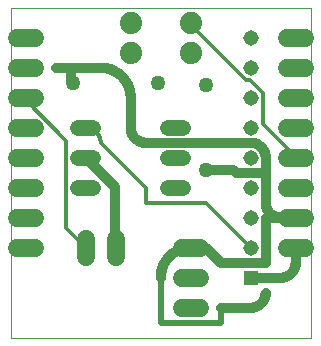
<source format=gbl>
G04 EAGLE Gerber RS-274X export*
G75*
%MOMM*%
%FSLAX34Y34*%
%LPD*%
%INBottom layer*%
%IPPOS*%
%AMOC8*
5,1,8,0,0,1.08239X$1,22.5*%
G01*
%ADD10C,0.000000*%
%ADD11C,1.879600*%
%ADD12C,1.524000*%
%ADD13C,1.260000*%
%ADD14R,1.308000X1.308000*%
%ADD15C,1.308000*%
%ADD16C,1.320800*%
%ADD17C,0.812800*%
%ADD18C,0.508000*%
%ADD19C,0.304800*%


D10*
X0Y0D02*
X0Y279400D01*
X254000Y279400D01*
X254000Y0D01*
X0Y0D01*
D11*
X101600Y266700D03*
X101600Y241300D03*
X152400Y266700D03*
X152400Y241300D03*
D12*
X20320Y254000D02*
X5080Y254000D01*
X5080Y228600D02*
X20320Y228600D01*
X20320Y203200D02*
X5080Y203200D01*
X5080Y177800D02*
X20320Y177800D01*
X20320Y152400D02*
X5080Y152400D01*
X5080Y127000D02*
X20320Y127000D01*
X20320Y101600D02*
X5080Y101600D01*
X5080Y76200D02*
X20320Y76200D01*
X233680Y254000D02*
X248920Y254000D01*
X248920Y228600D02*
X233680Y228600D01*
X233680Y203200D02*
X248920Y203200D01*
X248920Y177800D02*
X233680Y177800D01*
X233680Y152400D02*
X248920Y152400D01*
X248920Y127000D02*
X233680Y127000D01*
X233680Y101600D02*
X248920Y101600D01*
X248920Y76200D02*
X233680Y76200D01*
X160020Y25400D02*
X144780Y25400D01*
X144780Y50800D02*
X160020Y50800D01*
X160020Y76200D02*
X144780Y76200D01*
X63500Y68580D02*
X63500Y83820D01*
X88900Y83820D02*
X88900Y68580D01*
D13*
X165100Y141600D03*
X165100Y214000D03*
X52700Y215900D03*
X125100Y215900D03*
D14*
X203200Y50800D03*
D15*
X203200Y76200D03*
X203200Y101600D03*
X203200Y127000D03*
X203200Y152400D03*
X203200Y177800D03*
X203200Y203200D03*
X203200Y228600D03*
X203200Y254000D03*
D16*
X146304Y127000D02*
X133096Y127000D01*
X133096Y152400D02*
X146304Y152400D01*
X146304Y177800D02*
X133096Y177800D01*
X70104Y177800D02*
X56896Y177800D01*
X56896Y127000D02*
X70104Y127000D01*
X70104Y152400D02*
X56896Y152400D01*
D17*
X88011Y128016D02*
X88011Y76581D01*
X88011Y128016D02*
X64008Y152019D01*
X88011Y76581D02*
X88900Y76200D01*
X64008Y152019D02*
X63500Y152400D01*
X165100Y141600D02*
X188600Y141600D01*
X188685Y141598D01*
X188770Y141592D01*
X188855Y141583D01*
X188939Y141569D01*
X189023Y141552D01*
X189105Y141532D01*
X189187Y141507D01*
X189268Y141479D01*
X189347Y141447D01*
X189424Y141412D01*
X189500Y141373D01*
X189575Y141331D01*
X189647Y141286D01*
X189717Y141237D01*
X189785Y141185D01*
X189850Y141131D01*
X189913Y141073D01*
X189973Y141013D01*
X190031Y140950D01*
X190085Y140885D01*
X190137Y140817D01*
X190186Y140747D01*
X190231Y140675D01*
X190273Y140600D01*
X190312Y140524D01*
X190347Y140447D01*
X190379Y140368D01*
X190407Y140287D01*
X190432Y140205D01*
X190452Y140123D01*
X190469Y140039D01*
X190483Y139955D01*
X190492Y139870D01*
X190498Y139785D01*
X190500Y139700D01*
X215900Y139700D01*
X215900Y114300D01*
X215904Y113993D01*
X215915Y113686D01*
X215933Y113380D01*
X215959Y113074D01*
X215993Y112769D01*
X216033Y112465D01*
X216081Y112162D01*
X216137Y111860D01*
X216199Y111560D01*
X216269Y111261D01*
X216346Y110964D01*
X216430Y110668D01*
X216522Y110375D01*
X216620Y110085D01*
X216725Y109797D01*
X216838Y109511D01*
X216957Y109228D01*
X217083Y108948D01*
X217215Y108671D01*
X217355Y108398D01*
X217501Y108128D01*
X217653Y107862D01*
X217812Y107599D01*
X217977Y107340D01*
X218148Y107086D01*
X218325Y106835D01*
X218509Y106589D01*
X218698Y106347D01*
X218893Y106111D01*
X219094Y105878D01*
X219300Y105651D01*
X219512Y105429D01*
X219729Y105212D01*
X219951Y105000D01*
X220178Y104794D01*
X220411Y104593D01*
X220647Y104398D01*
X220889Y104209D01*
X221135Y104025D01*
X221386Y103848D01*
X221640Y103677D01*
X221899Y103512D01*
X222162Y103353D01*
X222428Y103201D01*
X222698Y103055D01*
X222971Y102915D01*
X223248Y102783D01*
X223528Y102657D01*
X223811Y102538D01*
X224097Y102425D01*
X224385Y102320D01*
X224675Y102222D01*
X224968Y102130D01*
X225264Y102046D01*
X225561Y101969D01*
X225860Y101899D01*
X226160Y101837D01*
X226462Y101781D01*
X226765Y101733D01*
X227069Y101693D01*
X227374Y101659D01*
X227680Y101633D01*
X227986Y101615D01*
X228293Y101604D01*
X228600Y101600D01*
X52700Y215900D02*
X52615Y215902D01*
X52530Y215908D01*
X52445Y215917D01*
X52361Y215931D01*
X52277Y215948D01*
X52195Y215968D01*
X52113Y215993D01*
X52032Y216021D01*
X51953Y216053D01*
X51876Y216088D01*
X51800Y216127D01*
X51725Y216169D01*
X51653Y216214D01*
X51583Y216263D01*
X51515Y216315D01*
X51450Y216369D01*
X51387Y216427D01*
X51327Y216487D01*
X51269Y216550D01*
X51215Y216615D01*
X51163Y216683D01*
X51114Y216753D01*
X51069Y216825D01*
X51027Y216900D01*
X50988Y216976D01*
X50953Y217053D01*
X50921Y217132D01*
X50893Y217213D01*
X50868Y217295D01*
X50848Y217377D01*
X50831Y217461D01*
X50817Y217545D01*
X50808Y217630D01*
X50802Y217715D01*
X50800Y217800D01*
X50800Y228600D02*
X38100Y228600D01*
X50800Y217800D02*
X50802Y217715D01*
X50808Y217630D01*
X50817Y217545D01*
X50831Y217461D01*
X50848Y217377D01*
X50868Y217295D01*
X50893Y217213D01*
X50921Y217132D01*
X50953Y217053D01*
X50988Y216976D01*
X51027Y216900D01*
X51069Y216825D01*
X51114Y216753D01*
X51163Y216683D01*
X51215Y216615D01*
X51269Y216550D01*
X51327Y216487D01*
X51387Y216427D01*
X51450Y216369D01*
X51515Y216315D01*
X51583Y216263D01*
X51653Y216214D01*
X51725Y216169D01*
X51800Y216127D01*
X51876Y216088D01*
X51953Y216053D01*
X52032Y216021D01*
X52113Y215993D01*
X52195Y215968D01*
X52277Y215948D01*
X52361Y215931D01*
X52445Y215917D01*
X52530Y215908D01*
X52615Y215902D01*
X52700Y215900D01*
X50800Y217800D02*
X50800Y228600D01*
X215900Y152400D02*
X215900Y139700D01*
X215900Y152400D02*
X215896Y152707D01*
X215885Y153014D01*
X215867Y153320D01*
X215841Y153626D01*
X215807Y153931D01*
X215767Y154235D01*
X215719Y154538D01*
X215663Y154840D01*
X215601Y155140D01*
X215531Y155439D01*
X215454Y155736D01*
X215370Y156032D01*
X215278Y156325D01*
X215180Y156615D01*
X215075Y156903D01*
X214962Y157189D01*
X214843Y157472D01*
X214717Y157752D01*
X214585Y158029D01*
X214445Y158302D01*
X214299Y158572D01*
X214147Y158838D01*
X213988Y159101D01*
X213823Y159360D01*
X213652Y159614D01*
X213475Y159865D01*
X213291Y160111D01*
X213102Y160353D01*
X212907Y160589D01*
X212706Y160822D01*
X212500Y161049D01*
X212288Y161271D01*
X212071Y161488D01*
X211849Y161700D01*
X211622Y161906D01*
X211389Y162107D01*
X211153Y162302D01*
X210911Y162491D01*
X210665Y162675D01*
X210414Y162852D01*
X210160Y163023D01*
X209901Y163188D01*
X209638Y163347D01*
X209372Y163499D01*
X209102Y163645D01*
X208829Y163785D01*
X208552Y163917D01*
X208272Y164043D01*
X207989Y164162D01*
X207703Y164275D01*
X207415Y164380D01*
X207125Y164478D01*
X206832Y164570D01*
X206536Y164654D01*
X206239Y164731D01*
X205940Y164801D01*
X205640Y164863D01*
X205338Y164919D01*
X205035Y164967D01*
X204731Y165007D01*
X204426Y165041D01*
X204120Y165067D01*
X203814Y165085D01*
X203507Y165096D01*
X203200Y165100D01*
X114300Y165100D01*
X113993Y165104D01*
X113686Y165115D01*
X113380Y165133D01*
X113074Y165159D01*
X112769Y165193D01*
X112465Y165233D01*
X112162Y165281D01*
X111860Y165337D01*
X111560Y165399D01*
X111261Y165469D01*
X110964Y165546D01*
X110668Y165630D01*
X110375Y165722D01*
X110085Y165820D01*
X109797Y165925D01*
X109511Y166038D01*
X109228Y166157D01*
X108948Y166283D01*
X108671Y166415D01*
X108398Y166555D01*
X108128Y166701D01*
X107862Y166853D01*
X107599Y167012D01*
X107340Y167177D01*
X107086Y167348D01*
X106835Y167525D01*
X106589Y167709D01*
X106347Y167898D01*
X106111Y168093D01*
X105878Y168294D01*
X105651Y168500D01*
X105429Y168712D01*
X105212Y168929D01*
X105000Y169151D01*
X104794Y169378D01*
X104593Y169611D01*
X104398Y169847D01*
X104209Y170089D01*
X104025Y170335D01*
X103848Y170586D01*
X103677Y170840D01*
X103512Y171099D01*
X103353Y171362D01*
X103201Y171628D01*
X103055Y171898D01*
X102915Y172171D01*
X102783Y172448D01*
X102657Y172728D01*
X102538Y173011D01*
X102425Y173297D01*
X102320Y173585D01*
X102222Y173875D01*
X102130Y174168D01*
X102046Y174464D01*
X101969Y174761D01*
X101899Y175060D01*
X101837Y175360D01*
X101781Y175662D01*
X101733Y175965D01*
X101693Y176269D01*
X101659Y176574D01*
X101633Y176880D01*
X101615Y177186D01*
X101604Y177493D01*
X101600Y177800D01*
X101600Y203200D01*
X101593Y203814D01*
X101570Y204427D01*
X101533Y205040D01*
X101481Y205651D01*
X101415Y206262D01*
X101333Y206870D01*
X101237Y207476D01*
X101127Y208080D01*
X101002Y208681D01*
X100862Y209279D01*
X100708Y209873D01*
X100539Y210463D01*
X100357Y211049D01*
X100160Y211630D01*
X99949Y212207D01*
X99725Y212778D01*
X99487Y213344D01*
X99235Y213904D01*
X98969Y214457D01*
X98691Y215004D01*
X98399Y215544D01*
X98094Y216077D01*
X97776Y216602D01*
X97446Y217120D01*
X97104Y217629D01*
X96749Y218130D01*
X96382Y218622D01*
X96004Y219105D01*
X95614Y219579D01*
X95212Y220043D01*
X94800Y220498D01*
X94376Y220942D01*
X93942Y221376D01*
X93498Y221800D01*
X93043Y222212D01*
X92579Y222614D01*
X92105Y223004D01*
X91622Y223382D01*
X91130Y223749D01*
X90629Y224104D01*
X90120Y224446D01*
X89602Y224776D01*
X89077Y225094D01*
X88544Y225399D01*
X88004Y225691D01*
X87457Y225969D01*
X86904Y226235D01*
X86344Y226487D01*
X85778Y226725D01*
X85207Y226949D01*
X84630Y227160D01*
X84049Y227357D01*
X83463Y227539D01*
X82873Y227708D01*
X82279Y227862D01*
X81681Y228002D01*
X81080Y228127D01*
X80476Y228237D01*
X79870Y228333D01*
X79262Y228415D01*
X78651Y228481D01*
X78040Y228533D01*
X77427Y228570D01*
X76814Y228593D01*
X76200Y228600D01*
X50800Y228600D01*
X228600Y101600D02*
X241300Y101600D01*
X228600Y101600D02*
X228293Y101604D01*
X227986Y101615D01*
X227680Y101633D01*
X227374Y101659D01*
X227069Y101693D01*
X226765Y101733D01*
X226462Y101781D01*
X226160Y101837D01*
X225860Y101899D01*
X225561Y101969D01*
X225264Y102046D01*
X224968Y102130D01*
X224675Y102222D01*
X224385Y102320D01*
X224097Y102425D01*
X223811Y102538D01*
X223528Y102657D01*
X223248Y102783D01*
X222971Y102915D01*
X222698Y103055D01*
X222428Y103201D01*
X222162Y103353D01*
X221899Y103512D01*
X221640Y103677D01*
X221386Y103848D01*
X221135Y104025D01*
X220889Y104209D01*
X220647Y104398D01*
X220411Y104593D01*
X220178Y104794D01*
X219951Y105000D01*
X219729Y105212D01*
X219512Y105429D01*
X219300Y105651D01*
X219094Y105878D01*
X218893Y106111D01*
X218698Y106347D01*
X218509Y106589D01*
X218325Y106835D01*
X218148Y107086D01*
X217977Y107340D01*
X217812Y107599D01*
X217653Y107862D01*
X217501Y108128D01*
X217355Y108398D01*
X217215Y108671D01*
X217083Y108948D01*
X216957Y109228D01*
X216838Y109511D01*
X216725Y109797D01*
X216620Y110085D01*
X216522Y110375D01*
X216430Y110668D01*
X216346Y110964D01*
X216269Y111261D01*
X216199Y111560D01*
X216137Y111860D01*
X216081Y112162D01*
X216033Y112465D01*
X215993Y112769D01*
X215959Y113074D01*
X215933Y113380D01*
X215915Y113686D01*
X215904Y113993D01*
X215900Y114300D01*
X215900Y101600D02*
X228600Y101600D01*
X215900Y101600D02*
X215900Y63500D01*
X177800Y63500D01*
X165100Y76200D01*
X152400Y76200D01*
X151786Y76193D01*
X151173Y76170D01*
X150560Y76133D01*
X149949Y76081D01*
X149338Y76015D01*
X148730Y75933D01*
X148124Y75837D01*
X147520Y75727D01*
X146919Y75602D01*
X146321Y75462D01*
X145727Y75308D01*
X145137Y75139D01*
X144551Y74957D01*
X143970Y74760D01*
X143393Y74549D01*
X142822Y74325D01*
X142256Y74087D01*
X141696Y73835D01*
X141143Y73569D01*
X140596Y73291D01*
X140056Y72999D01*
X139523Y72694D01*
X138998Y72376D01*
X138480Y72046D01*
X137971Y71704D01*
X137470Y71349D01*
X136978Y70982D01*
X136495Y70604D01*
X136021Y70214D01*
X135557Y69812D01*
X135102Y69400D01*
X134658Y68976D01*
X134224Y68542D01*
X133800Y68098D01*
X133388Y67643D01*
X132986Y67179D01*
X132596Y66705D01*
X132218Y66222D01*
X131851Y65730D01*
X131496Y65229D01*
X131154Y64720D01*
X130824Y64202D01*
X130506Y63677D01*
X130201Y63144D01*
X129909Y62604D01*
X129631Y62057D01*
X129365Y61504D01*
X129113Y60944D01*
X128875Y60378D01*
X128651Y59807D01*
X128440Y59230D01*
X128243Y58649D01*
X128061Y58063D01*
X127892Y57473D01*
X127738Y56879D01*
X127598Y56281D01*
X127473Y55680D01*
X127363Y55076D01*
X127267Y54470D01*
X127185Y53862D01*
X127119Y53251D01*
X127067Y52640D01*
X127030Y52027D01*
X127007Y51414D01*
X127000Y50800D01*
D18*
X127000Y12700D01*
X165100Y12700D01*
X177800Y12700D01*
X177800Y25400D01*
D17*
X203200Y25400D01*
X203507Y25404D01*
X203814Y25415D01*
X204120Y25433D01*
X204426Y25459D01*
X204731Y25493D01*
X205035Y25533D01*
X205338Y25581D01*
X205640Y25637D01*
X205940Y25699D01*
X206239Y25769D01*
X206536Y25846D01*
X206832Y25930D01*
X207125Y26022D01*
X207415Y26120D01*
X207703Y26225D01*
X207989Y26338D01*
X208272Y26457D01*
X208552Y26583D01*
X208829Y26715D01*
X209102Y26855D01*
X209372Y27001D01*
X209638Y27153D01*
X209901Y27312D01*
X210160Y27477D01*
X210414Y27648D01*
X210665Y27825D01*
X210911Y28009D01*
X211153Y28198D01*
X211389Y28393D01*
X211622Y28594D01*
X211849Y28800D01*
X212071Y29012D01*
X212288Y29229D01*
X212500Y29451D01*
X212706Y29678D01*
X212907Y29911D01*
X213102Y30147D01*
X213291Y30389D01*
X213475Y30635D01*
X213652Y30886D01*
X213823Y31140D01*
X213988Y31399D01*
X214147Y31662D01*
X214299Y31928D01*
X214445Y32198D01*
X214585Y32471D01*
X214717Y32748D01*
X214843Y33028D01*
X214962Y33311D01*
X215075Y33597D01*
X215180Y33885D01*
X215278Y34175D01*
X215370Y34468D01*
X215454Y34764D01*
X215531Y35061D01*
X215601Y35360D01*
X215663Y35660D01*
X215719Y35962D01*
X215767Y36265D01*
X215807Y36569D01*
X215841Y36874D01*
X215867Y37180D01*
X215885Y37486D01*
X215896Y37793D01*
X215900Y38100D01*
X203200Y50800D02*
X228600Y50800D01*
X228907Y50804D01*
X229214Y50815D01*
X229520Y50833D01*
X229826Y50859D01*
X230131Y50893D01*
X230435Y50933D01*
X230738Y50981D01*
X231040Y51037D01*
X231340Y51099D01*
X231639Y51169D01*
X231936Y51246D01*
X232232Y51330D01*
X232525Y51422D01*
X232815Y51520D01*
X233103Y51625D01*
X233389Y51738D01*
X233672Y51857D01*
X233952Y51983D01*
X234229Y52115D01*
X234502Y52255D01*
X234772Y52401D01*
X235038Y52553D01*
X235301Y52712D01*
X235560Y52877D01*
X235814Y53048D01*
X236065Y53225D01*
X236311Y53409D01*
X236553Y53598D01*
X236789Y53793D01*
X237022Y53994D01*
X237249Y54200D01*
X237471Y54412D01*
X237688Y54629D01*
X237900Y54851D01*
X238106Y55078D01*
X238307Y55311D01*
X238502Y55547D01*
X238691Y55789D01*
X238875Y56035D01*
X239052Y56286D01*
X239223Y56540D01*
X239388Y56799D01*
X239547Y57062D01*
X239699Y57328D01*
X239845Y57598D01*
X239985Y57871D01*
X240117Y58148D01*
X240243Y58428D01*
X240362Y58711D01*
X240475Y58997D01*
X240580Y59285D01*
X240678Y59575D01*
X240770Y59868D01*
X240854Y60164D01*
X240931Y60461D01*
X241001Y60760D01*
X241063Y61060D01*
X241119Y61362D01*
X241167Y61665D01*
X241207Y61969D01*
X241241Y62274D01*
X241267Y62580D01*
X241285Y62886D01*
X241296Y63193D01*
X241300Y63500D01*
X241300Y76200D01*
D19*
X241173Y153162D02*
X213741Y180594D01*
X213741Y206883D01*
X202311Y218313D01*
X198882Y218313D01*
X153162Y264033D01*
X153162Y266319D01*
X241173Y153162D02*
X241300Y152400D01*
X153162Y266319D02*
X152400Y266700D01*
X63500Y177800D02*
X63807Y177796D01*
X64114Y177785D01*
X64420Y177767D01*
X64726Y177741D01*
X65031Y177707D01*
X65335Y177667D01*
X65638Y177619D01*
X65940Y177563D01*
X66240Y177501D01*
X66539Y177431D01*
X66836Y177354D01*
X67132Y177270D01*
X67425Y177178D01*
X67715Y177080D01*
X68003Y176975D01*
X68289Y176862D01*
X68572Y176743D01*
X68852Y176617D01*
X69129Y176485D01*
X69402Y176345D01*
X69672Y176199D01*
X69938Y176047D01*
X70201Y175888D01*
X70460Y175723D01*
X70714Y175552D01*
X70965Y175375D01*
X71211Y175191D01*
X71453Y175002D01*
X71689Y174807D01*
X71922Y174606D01*
X72149Y174400D01*
X72371Y174188D01*
X72588Y173971D01*
X72800Y173749D01*
X73006Y173522D01*
X73207Y173289D01*
X73402Y173053D01*
X73591Y172811D01*
X73775Y172565D01*
X73952Y172314D01*
X74123Y172060D01*
X74288Y171801D01*
X74447Y171538D01*
X74599Y171272D01*
X74745Y171002D01*
X74885Y170729D01*
X75017Y170452D01*
X75143Y170172D01*
X75262Y169889D01*
X75375Y169603D01*
X75480Y169315D01*
X75578Y169025D01*
X75670Y168732D01*
X75754Y168436D01*
X75831Y168139D01*
X75901Y167840D01*
X75963Y167540D01*
X76019Y167238D01*
X76067Y166935D01*
X76107Y166631D01*
X76141Y166326D01*
X76167Y166020D01*
X76185Y165714D01*
X76196Y165407D01*
X76200Y165100D01*
X114300Y127000D02*
X114300Y114300D01*
X165100Y114300D01*
X203200Y76200D01*
X114300Y127000D02*
X76200Y165100D01*
X13716Y200025D02*
X13716Y202311D01*
X13716Y200025D02*
X46863Y166878D01*
X46863Y92583D01*
X62865Y76581D01*
X13716Y202311D02*
X12700Y203200D01*
X62865Y76581D02*
X63500Y76200D01*
M02*

</source>
